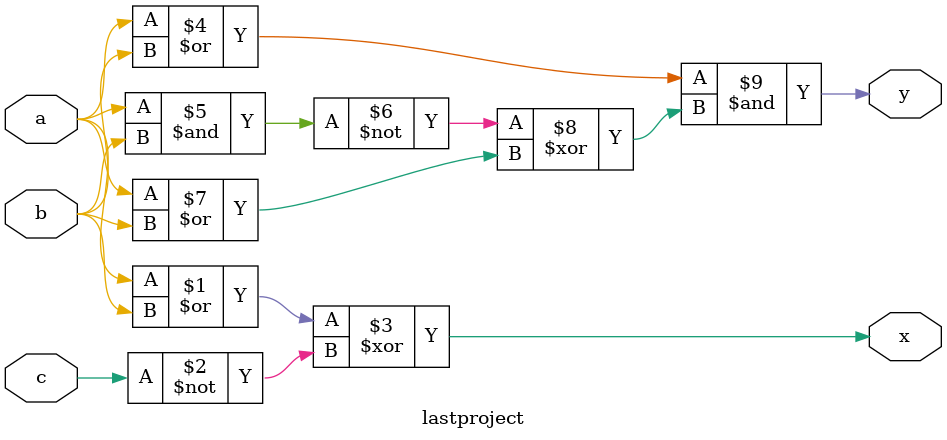
<source format=v>
 

module lastproject( output x,y,
 input a,b,c

    );
   assign x=(a|b)^(~c); 
   assign y=(a|b)&((~(a&b))^(a|b));

  
endmodule

</source>
